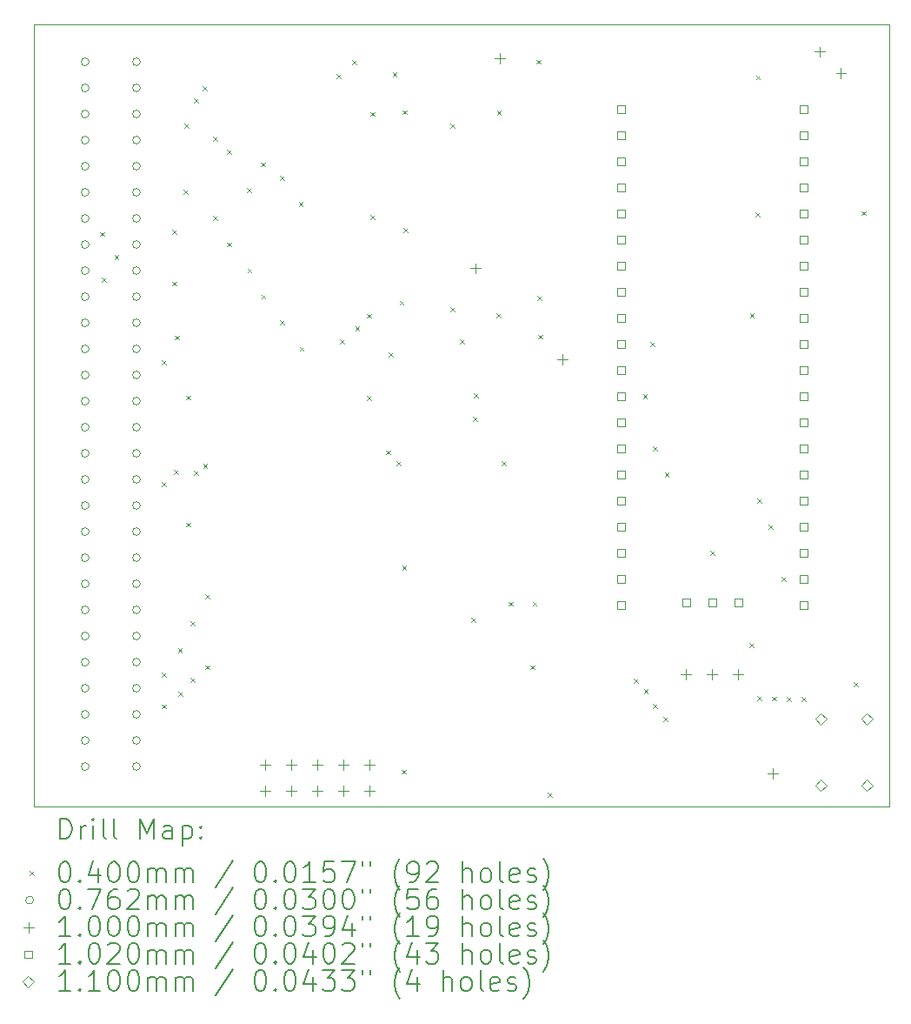
<source format=gbr>
%TF.GenerationSoftware,KiCad,Pcbnew,6.0.10-86aedd382b~118~ubuntu20.04.1*%
%TF.CreationDate,2023-01-30T13:17:54+00:00*%
%TF.ProjectId,srom,73726f6d-2e6b-4696-9361-645f70636258,rev?*%
%TF.SameCoordinates,Original*%
%TF.FileFunction,Drillmap*%
%TF.FilePolarity,Positive*%
%FSLAX45Y45*%
G04 Gerber Fmt 4.5, Leading zero omitted, Abs format (unit mm)*
G04 Created by KiCad (PCBNEW 6.0.10-86aedd382b~118~ubuntu20.04.1) date 2023-01-30 13:17:54*
%MOMM*%
%LPD*%
G01*
G04 APERTURE LIST*
%ADD10C,0.100000*%
%ADD11C,0.200000*%
%ADD12C,0.040000*%
%ADD13C,0.076200*%
%ADD14C,0.102000*%
%ADD15C,0.110000*%
G04 APERTURE END LIST*
D10*
X2318000Y-4998000D02*
X10646000Y-4998000D01*
X10646000Y-4998000D02*
X10646000Y-12607000D01*
X10646000Y-12607000D02*
X2318000Y-12607000D01*
X2318000Y-12607000D02*
X2318000Y-4998000D01*
D11*
D12*
X2959000Y-7014000D02*
X2999000Y-7054000D01*
X2999000Y-7014000D02*
X2959000Y-7054000D01*
X2978000Y-7458000D02*
X3018000Y-7498000D01*
X3018000Y-7458000D02*
X2978000Y-7498000D01*
X3101000Y-7239000D02*
X3141000Y-7279000D01*
X3141000Y-7239000D02*
X3101000Y-7279000D01*
X3562000Y-9447000D02*
X3602000Y-9487000D01*
X3602000Y-9447000D02*
X3562000Y-9487000D01*
X3563000Y-8263000D02*
X3603000Y-8303000D01*
X3603000Y-8263000D02*
X3563000Y-8303000D01*
X3563000Y-11300000D02*
X3603000Y-11340000D01*
X3603000Y-11300000D02*
X3563000Y-11340000D01*
X3565000Y-11611000D02*
X3605000Y-11651000D01*
X3605000Y-11611000D02*
X3565000Y-11651000D01*
X3663000Y-6991000D02*
X3703000Y-7031000D01*
X3703000Y-6991000D02*
X3663000Y-7031000D01*
X3663000Y-7498000D02*
X3703000Y-7538000D01*
X3703000Y-7498000D02*
X3663000Y-7538000D01*
X3680000Y-9329000D02*
X3720000Y-9369000D01*
X3720000Y-9329000D02*
X3680000Y-9369000D01*
X3686000Y-8022000D02*
X3726000Y-8062000D01*
X3726000Y-8022000D02*
X3686000Y-8062000D01*
X3719000Y-11063000D02*
X3759000Y-11103000D01*
X3759000Y-11063000D02*
X3719000Y-11103000D01*
X3722000Y-11489000D02*
X3762000Y-11529000D01*
X3762000Y-11489000D02*
X3722000Y-11529000D01*
X3771000Y-6605000D02*
X3811000Y-6645000D01*
X3811000Y-6605000D02*
X3771000Y-6645000D01*
X3784000Y-5961000D02*
X3824000Y-6001000D01*
X3824000Y-5961000D02*
X3784000Y-6001000D01*
X3799000Y-8605000D02*
X3839000Y-8645000D01*
X3839000Y-8605000D02*
X3799000Y-8645000D01*
X3799000Y-9841000D02*
X3839000Y-9881000D01*
X3839000Y-9841000D02*
X3799000Y-9881000D01*
X3843000Y-11353000D02*
X3883000Y-11393000D01*
X3883000Y-11353000D02*
X3843000Y-11393000D01*
X3844000Y-10806000D02*
X3884000Y-10846000D01*
X3884000Y-10806000D02*
X3844000Y-10846000D01*
X3874000Y-9341000D02*
X3914000Y-9381000D01*
X3914000Y-9341000D02*
X3874000Y-9381000D01*
X3876000Y-5714000D02*
X3916000Y-5754000D01*
X3916000Y-5714000D02*
X3876000Y-5754000D01*
X3963000Y-5596000D02*
X4003000Y-5636000D01*
X4003000Y-5596000D02*
X3963000Y-5636000D01*
X3965000Y-9269000D02*
X4005000Y-9309000D01*
X4005000Y-9269000D02*
X3965000Y-9309000D01*
X3985000Y-11230000D02*
X4025000Y-11270000D01*
X4025000Y-11230000D02*
X3985000Y-11270000D01*
X3988000Y-10538000D02*
X4028000Y-10578000D01*
X4028000Y-10538000D02*
X3988000Y-10578000D01*
X4064000Y-6086000D02*
X4104000Y-6126000D01*
X4104000Y-6086000D02*
X4064000Y-6126000D01*
X4064000Y-6859000D02*
X4104000Y-6899000D01*
X4104000Y-6859000D02*
X4064000Y-6899000D01*
X4195000Y-7116000D02*
X4235000Y-7156000D01*
X4235000Y-7116000D02*
X4195000Y-7156000D01*
X4200000Y-6212000D02*
X4240000Y-6252000D01*
X4240000Y-6212000D02*
X4200000Y-6252000D01*
X4392000Y-6589000D02*
X4432000Y-6629000D01*
X4432000Y-6589000D02*
X4392000Y-6629000D01*
X4395000Y-7369000D02*
X4435000Y-7409000D01*
X4435000Y-7369000D02*
X4395000Y-7409000D01*
X4529000Y-6338000D02*
X4569000Y-6378000D01*
X4569000Y-6338000D02*
X4529000Y-6378000D01*
X4532000Y-7623000D02*
X4572000Y-7663000D01*
X4572000Y-7623000D02*
X4532000Y-7663000D01*
X4712000Y-6466000D02*
X4752000Y-6506000D01*
X4752000Y-6466000D02*
X4712000Y-6506000D01*
X4716000Y-7872000D02*
X4756000Y-7912000D01*
X4756000Y-7872000D02*
X4716000Y-7912000D01*
X4896000Y-6720000D02*
X4936000Y-6760000D01*
X4936000Y-6720000D02*
X4896000Y-6760000D01*
X4905000Y-8132000D02*
X4945000Y-8172000D01*
X4945000Y-8132000D02*
X4905000Y-8172000D01*
X5265000Y-5477000D02*
X5305000Y-5517000D01*
X5305000Y-5477000D02*
X5265000Y-5517000D01*
X5295000Y-8060000D02*
X5335000Y-8100000D01*
X5335000Y-8060000D02*
X5295000Y-8100000D01*
X5415000Y-5344000D02*
X5455000Y-5384000D01*
X5455000Y-5344000D02*
X5415000Y-5384000D01*
X5447000Y-7934000D02*
X5487000Y-7974000D01*
X5487000Y-7934000D02*
X5447000Y-7974000D01*
X5558000Y-7809000D02*
X5598000Y-7849000D01*
X5598000Y-7809000D02*
X5558000Y-7849000D01*
X5561000Y-8613000D02*
X5601000Y-8653000D01*
X5601000Y-8613000D02*
X5561000Y-8653000D01*
X5591000Y-5846000D02*
X5631000Y-5886000D01*
X5631000Y-5846000D02*
X5591000Y-5886000D01*
X5597000Y-6847000D02*
X5637000Y-6887000D01*
X5637000Y-6847000D02*
X5597000Y-6887000D01*
X5745000Y-9139000D02*
X5785000Y-9179000D01*
X5785000Y-9139000D02*
X5745000Y-9179000D01*
X5774000Y-8188000D02*
X5814000Y-8228000D01*
X5814000Y-8188000D02*
X5774000Y-8228000D01*
X5811000Y-5461000D02*
X5851000Y-5501000D01*
X5851000Y-5461000D02*
X5811000Y-5501000D01*
X5845000Y-9244000D02*
X5885000Y-9284000D01*
X5885000Y-9244000D02*
X5845000Y-9284000D01*
X5878000Y-7683000D02*
X5918000Y-7723000D01*
X5918000Y-7683000D02*
X5878000Y-7723000D01*
X5901000Y-12247000D02*
X5941000Y-12287000D01*
X5941000Y-12247000D02*
X5901000Y-12287000D01*
X5903000Y-10262000D02*
X5943000Y-10302000D01*
X5943000Y-10262000D02*
X5903000Y-10302000D01*
X5909000Y-5829000D02*
X5949000Y-5869000D01*
X5949000Y-5829000D02*
X5909000Y-5869000D01*
X5913000Y-6975000D02*
X5953000Y-7015000D01*
X5953000Y-6975000D02*
X5913000Y-7015000D01*
X6371000Y-5961000D02*
X6411000Y-6001000D01*
X6411000Y-5961000D02*
X6371000Y-6001000D01*
X6372000Y-7749000D02*
X6412000Y-7789000D01*
X6412000Y-7749000D02*
X6372000Y-7789000D01*
X6464000Y-8058000D02*
X6504000Y-8098000D01*
X6504000Y-8058000D02*
X6464000Y-8098000D01*
X6575000Y-10772000D02*
X6615000Y-10812000D01*
X6615000Y-10772000D02*
X6575000Y-10812000D01*
X6594000Y-8811000D02*
X6634000Y-8851000D01*
X6634000Y-8811000D02*
X6594000Y-8851000D01*
X6603000Y-8582000D02*
X6643000Y-8622000D01*
X6643000Y-8582000D02*
X6603000Y-8622000D01*
X6824000Y-7807000D02*
X6864000Y-7847000D01*
X6864000Y-7807000D02*
X6824000Y-7847000D01*
X6825000Y-5836000D02*
X6865000Y-5876000D01*
X6865000Y-5836000D02*
X6825000Y-5876000D01*
X6871000Y-9247000D02*
X6911000Y-9287000D01*
X6911000Y-9247000D02*
X6871000Y-9287000D01*
X6942592Y-10613408D02*
X6982592Y-10653408D01*
X6982592Y-10613408D02*
X6942592Y-10653408D01*
X7149000Y-11231000D02*
X7189000Y-11271000D01*
X7189000Y-11231000D02*
X7149000Y-11271000D01*
X7173592Y-10613408D02*
X7213592Y-10653408D01*
X7213592Y-10613408D02*
X7173592Y-10653408D01*
X7212000Y-5339000D02*
X7252000Y-5379000D01*
X7252000Y-5339000D02*
X7212000Y-5379000D01*
X7222000Y-7634000D02*
X7262000Y-7674000D01*
X7262000Y-7634000D02*
X7222000Y-7674000D01*
X7228000Y-8014000D02*
X7268000Y-8054000D01*
X7268000Y-8014000D02*
X7228000Y-8054000D01*
X7324000Y-12474000D02*
X7364000Y-12514000D01*
X7364000Y-12474000D02*
X7324000Y-12514000D01*
X8162000Y-11359000D02*
X8202000Y-11399000D01*
X8202000Y-11359000D02*
X8162000Y-11399000D01*
X8248000Y-8593000D02*
X8288000Y-8633000D01*
X8288000Y-8593000D02*
X8248000Y-8633000D01*
X8256000Y-11466000D02*
X8296000Y-11506000D01*
X8296000Y-11466000D02*
X8256000Y-11506000D01*
X8323000Y-8087000D02*
X8363000Y-8127000D01*
X8363000Y-8087000D02*
X8323000Y-8127000D01*
X8344000Y-9103000D02*
X8384000Y-9143000D01*
X8384000Y-9103000D02*
X8344000Y-9143000D01*
X8346000Y-11610000D02*
X8386000Y-11650000D01*
X8386000Y-11610000D02*
X8346000Y-11650000D01*
X8447000Y-11737000D02*
X8487000Y-11777000D01*
X8487000Y-11737000D02*
X8447000Y-11777000D01*
X8461000Y-9354000D02*
X8501000Y-9394000D01*
X8501000Y-9354000D02*
X8461000Y-9394000D01*
X8905000Y-10117000D02*
X8945000Y-10157000D01*
X8945000Y-10117000D02*
X8905000Y-10157000D01*
X9286550Y-11016000D02*
X9326550Y-11056000D01*
X9326550Y-11016000D02*
X9286550Y-11056000D01*
X9289000Y-7807000D02*
X9329000Y-7847000D01*
X9329000Y-7807000D02*
X9289000Y-7847000D01*
X9346000Y-6825000D02*
X9386000Y-6865000D01*
X9386000Y-6825000D02*
X9346000Y-6865000D01*
X9348000Y-5490000D02*
X9388000Y-5530000D01*
X9388000Y-5490000D02*
X9348000Y-5530000D01*
X9359000Y-9611000D02*
X9399000Y-9651000D01*
X9399000Y-9611000D02*
X9359000Y-9651000D01*
X9359000Y-11528333D02*
X9399000Y-11568333D01*
X9399000Y-11528333D02*
X9359000Y-11568333D01*
X9473000Y-9862000D02*
X9513000Y-9902000D01*
X9513000Y-9862000D02*
X9473000Y-9902000D01*
X9504000Y-11534667D02*
X9544000Y-11574667D01*
X9544000Y-11534667D02*
X9504000Y-11574667D01*
X9598000Y-10371000D02*
X9638000Y-10411000D01*
X9638000Y-10371000D02*
X9598000Y-10411000D01*
X9649000Y-11541000D02*
X9689000Y-11581000D01*
X9689000Y-11541000D02*
X9649000Y-11581000D01*
X9793000Y-11540000D02*
X9833000Y-11580000D01*
X9833000Y-11540000D02*
X9793000Y-11580000D01*
X10299000Y-11394000D02*
X10339000Y-11434000D01*
X10339000Y-11394000D02*
X10299000Y-11434000D01*
X10379000Y-6811000D02*
X10419000Y-6851000D01*
X10419000Y-6811000D02*
X10379000Y-6851000D01*
D13*
X2853100Y-5358000D02*
G75*
G03*
X2853100Y-5358000I-38100J0D01*
G01*
X2853100Y-5612000D02*
G75*
G03*
X2853100Y-5612000I-38100J0D01*
G01*
X2853100Y-5866000D02*
G75*
G03*
X2853100Y-5866000I-38100J0D01*
G01*
X2853100Y-6120000D02*
G75*
G03*
X2853100Y-6120000I-38100J0D01*
G01*
X2853100Y-6374000D02*
G75*
G03*
X2853100Y-6374000I-38100J0D01*
G01*
X2853100Y-6628000D02*
G75*
G03*
X2853100Y-6628000I-38100J0D01*
G01*
X2853100Y-6882000D02*
G75*
G03*
X2853100Y-6882000I-38100J0D01*
G01*
X2853100Y-7136000D02*
G75*
G03*
X2853100Y-7136000I-38100J0D01*
G01*
X2853100Y-7390000D02*
G75*
G03*
X2853100Y-7390000I-38100J0D01*
G01*
X2853100Y-7644000D02*
G75*
G03*
X2853100Y-7644000I-38100J0D01*
G01*
X2853100Y-7898000D02*
G75*
G03*
X2853100Y-7898000I-38100J0D01*
G01*
X2853100Y-8152000D02*
G75*
G03*
X2853100Y-8152000I-38100J0D01*
G01*
X2853100Y-8406000D02*
G75*
G03*
X2853100Y-8406000I-38100J0D01*
G01*
X2853100Y-8660000D02*
G75*
G03*
X2853100Y-8660000I-38100J0D01*
G01*
X2853100Y-8914000D02*
G75*
G03*
X2853100Y-8914000I-38100J0D01*
G01*
X2853100Y-9168000D02*
G75*
G03*
X2853100Y-9168000I-38100J0D01*
G01*
X2853100Y-9422000D02*
G75*
G03*
X2853100Y-9422000I-38100J0D01*
G01*
X2853100Y-9676000D02*
G75*
G03*
X2853100Y-9676000I-38100J0D01*
G01*
X2853100Y-9930000D02*
G75*
G03*
X2853100Y-9930000I-38100J0D01*
G01*
X2853100Y-10184000D02*
G75*
G03*
X2853100Y-10184000I-38100J0D01*
G01*
X2853100Y-10438000D02*
G75*
G03*
X2853100Y-10438000I-38100J0D01*
G01*
X2853100Y-10692000D02*
G75*
G03*
X2853100Y-10692000I-38100J0D01*
G01*
X2853100Y-10946000D02*
G75*
G03*
X2853100Y-10946000I-38100J0D01*
G01*
X2853100Y-11200000D02*
G75*
G03*
X2853100Y-11200000I-38100J0D01*
G01*
X2853100Y-11454000D02*
G75*
G03*
X2853100Y-11454000I-38100J0D01*
G01*
X2853100Y-11708000D02*
G75*
G03*
X2853100Y-11708000I-38100J0D01*
G01*
X2853100Y-11962000D02*
G75*
G03*
X2853100Y-11962000I-38100J0D01*
G01*
X2853100Y-12216000D02*
G75*
G03*
X2853100Y-12216000I-38100J0D01*
G01*
X3353100Y-5358000D02*
G75*
G03*
X3353100Y-5358000I-38100J0D01*
G01*
X3353100Y-5612000D02*
G75*
G03*
X3353100Y-5612000I-38100J0D01*
G01*
X3353100Y-5866000D02*
G75*
G03*
X3353100Y-5866000I-38100J0D01*
G01*
X3353100Y-6120000D02*
G75*
G03*
X3353100Y-6120000I-38100J0D01*
G01*
X3353100Y-6374000D02*
G75*
G03*
X3353100Y-6374000I-38100J0D01*
G01*
X3353100Y-6628000D02*
G75*
G03*
X3353100Y-6628000I-38100J0D01*
G01*
X3353100Y-6882000D02*
G75*
G03*
X3353100Y-6882000I-38100J0D01*
G01*
X3353100Y-7136000D02*
G75*
G03*
X3353100Y-7136000I-38100J0D01*
G01*
X3353100Y-7390000D02*
G75*
G03*
X3353100Y-7390000I-38100J0D01*
G01*
X3353100Y-7644000D02*
G75*
G03*
X3353100Y-7644000I-38100J0D01*
G01*
X3353100Y-7898000D02*
G75*
G03*
X3353100Y-7898000I-38100J0D01*
G01*
X3353100Y-8152000D02*
G75*
G03*
X3353100Y-8152000I-38100J0D01*
G01*
X3353100Y-8406000D02*
G75*
G03*
X3353100Y-8406000I-38100J0D01*
G01*
X3353100Y-8660000D02*
G75*
G03*
X3353100Y-8660000I-38100J0D01*
G01*
X3353100Y-8914000D02*
G75*
G03*
X3353100Y-8914000I-38100J0D01*
G01*
X3353100Y-9168000D02*
G75*
G03*
X3353100Y-9168000I-38100J0D01*
G01*
X3353100Y-9422000D02*
G75*
G03*
X3353100Y-9422000I-38100J0D01*
G01*
X3353100Y-9676000D02*
G75*
G03*
X3353100Y-9676000I-38100J0D01*
G01*
X3353100Y-9930000D02*
G75*
G03*
X3353100Y-9930000I-38100J0D01*
G01*
X3353100Y-10184000D02*
G75*
G03*
X3353100Y-10184000I-38100J0D01*
G01*
X3353100Y-10438000D02*
G75*
G03*
X3353100Y-10438000I-38100J0D01*
G01*
X3353100Y-10692000D02*
G75*
G03*
X3353100Y-10692000I-38100J0D01*
G01*
X3353100Y-10946000D02*
G75*
G03*
X3353100Y-10946000I-38100J0D01*
G01*
X3353100Y-11200000D02*
G75*
G03*
X3353100Y-11200000I-38100J0D01*
G01*
X3353100Y-11454000D02*
G75*
G03*
X3353100Y-11454000I-38100J0D01*
G01*
X3353100Y-11708000D02*
G75*
G03*
X3353100Y-11708000I-38100J0D01*
G01*
X3353100Y-11962000D02*
G75*
G03*
X3353100Y-11962000I-38100J0D01*
G01*
X3353100Y-12216000D02*
G75*
G03*
X3353100Y-12216000I-38100J0D01*
G01*
D10*
X4566000Y-12150000D02*
X4566000Y-12250000D01*
X4516000Y-12200000D02*
X4616000Y-12200000D01*
X4566000Y-12404000D02*
X4566000Y-12504000D01*
X4516000Y-12454000D02*
X4616000Y-12454000D01*
X4820000Y-12150000D02*
X4820000Y-12250000D01*
X4770000Y-12200000D02*
X4870000Y-12200000D01*
X4820000Y-12404000D02*
X4820000Y-12504000D01*
X4770000Y-12454000D02*
X4870000Y-12454000D01*
X5074000Y-12150000D02*
X5074000Y-12250000D01*
X5024000Y-12200000D02*
X5124000Y-12200000D01*
X5074000Y-12404000D02*
X5074000Y-12504000D01*
X5024000Y-12454000D02*
X5124000Y-12454000D01*
X5328000Y-12150000D02*
X5328000Y-12250000D01*
X5278000Y-12200000D02*
X5378000Y-12200000D01*
X5328000Y-12404000D02*
X5328000Y-12504000D01*
X5278000Y-12454000D02*
X5378000Y-12454000D01*
X5582000Y-12150000D02*
X5582000Y-12250000D01*
X5532000Y-12200000D02*
X5632000Y-12200000D01*
X5582000Y-12404000D02*
X5582000Y-12504000D01*
X5532000Y-12454000D02*
X5632000Y-12454000D01*
X6614000Y-7318000D02*
X6614000Y-7418000D01*
X6564000Y-7368000D02*
X6664000Y-7368000D01*
X6854000Y-5276000D02*
X6854000Y-5376000D01*
X6804000Y-5326000D02*
X6904000Y-5326000D01*
X7463000Y-8202000D02*
X7463000Y-8302000D01*
X7413000Y-8252000D02*
X7513000Y-8252000D01*
X8665000Y-11266500D02*
X8665000Y-11366500D01*
X8615000Y-11316500D02*
X8715000Y-11316500D01*
X8919000Y-11266500D02*
X8919000Y-11366500D01*
X8869000Y-11316500D02*
X8969000Y-11316500D01*
X9173000Y-11266500D02*
X9173000Y-11366500D01*
X9123000Y-11316500D02*
X9223000Y-11316500D01*
X9514000Y-12234000D02*
X9514000Y-12334000D01*
X9464000Y-12284000D02*
X9564000Y-12284000D01*
X9973000Y-5210000D02*
X9973000Y-5310000D01*
X9923000Y-5260000D02*
X10023000Y-5260000D01*
X10177000Y-5415000D02*
X10177000Y-5515000D01*
X10127000Y-5465000D02*
X10227000Y-5465000D01*
D14*
X8071063Y-5855063D02*
X8071063Y-5782937D01*
X7998937Y-5782937D01*
X7998937Y-5855063D01*
X8071063Y-5855063D01*
X8071063Y-6109063D02*
X8071063Y-6036937D01*
X7998937Y-6036937D01*
X7998937Y-6109063D01*
X8071063Y-6109063D01*
X8071063Y-6363063D02*
X8071063Y-6290937D01*
X7998937Y-6290937D01*
X7998937Y-6363063D01*
X8071063Y-6363063D01*
X8071063Y-6617063D02*
X8071063Y-6544937D01*
X7998937Y-6544937D01*
X7998937Y-6617063D01*
X8071063Y-6617063D01*
X8071063Y-6871063D02*
X8071063Y-6798937D01*
X7998937Y-6798937D01*
X7998937Y-6871063D01*
X8071063Y-6871063D01*
X8071063Y-7125063D02*
X8071063Y-7052937D01*
X7998937Y-7052937D01*
X7998937Y-7125063D01*
X8071063Y-7125063D01*
X8071063Y-7379063D02*
X8071063Y-7306937D01*
X7998937Y-7306937D01*
X7998937Y-7379063D01*
X8071063Y-7379063D01*
X8071063Y-7633063D02*
X8071063Y-7560937D01*
X7998937Y-7560937D01*
X7998937Y-7633063D01*
X8071063Y-7633063D01*
X8071063Y-7887063D02*
X8071063Y-7814937D01*
X7998937Y-7814937D01*
X7998937Y-7887063D01*
X8071063Y-7887063D01*
X8071063Y-8141063D02*
X8071063Y-8068937D01*
X7998937Y-8068937D01*
X7998937Y-8141063D01*
X8071063Y-8141063D01*
X8071063Y-8395063D02*
X8071063Y-8322937D01*
X7998937Y-8322937D01*
X7998937Y-8395063D01*
X8071063Y-8395063D01*
X8071063Y-8649063D02*
X8071063Y-8576937D01*
X7998937Y-8576937D01*
X7998937Y-8649063D01*
X8071063Y-8649063D01*
X8071063Y-8903063D02*
X8071063Y-8830937D01*
X7998937Y-8830937D01*
X7998937Y-8903063D01*
X8071063Y-8903063D01*
X8071063Y-9157063D02*
X8071063Y-9084937D01*
X7998937Y-9084937D01*
X7998937Y-9157063D01*
X8071063Y-9157063D01*
X8071063Y-9411063D02*
X8071063Y-9338937D01*
X7998937Y-9338937D01*
X7998937Y-9411063D01*
X8071063Y-9411063D01*
X8071063Y-9665063D02*
X8071063Y-9592937D01*
X7998937Y-9592937D01*
X7998937Y-9665063D01*
X8071063Y-9665063D01*
X8071063Y-9919063D02*
X8071063Y-9846937D01*
X7998937Y-9846937D01*
X7998937Y-9919063D01*
X8071063Y-9919063D01*
X8071063Y-10173063D02*
X8071063Y-10100937D01*
X7998937Y-10100937D01*
X7998937Y-10173063D01*
X8071063Y-10173063D01*
X8071063Y-10427063D02*
X8071063Y-10354937D01*
X7998937Y-10354937D01*
X7998937Y-10427063D01*
X8071063Y-10427063D01*
X8071063Y-10681063D02*
X8071063Y-10608937D01*
X7998937Y-10608937D01*
X7998937Y-10681063D01*
X8071063Y-10681063D01*
X8706063Y-10658063D02*
X8706063Y-10585937D01*
X8633937Y-10585937D01*
X8633937Y-10658063D01*
X8706063Y-10658063D01*
X8960063Y-10658063D02*
X8960063Y-10585937D01*
X8887937Y-10585937D01*
X8887937Y-10658063D01*
X8960063Y-10658063D01*
X9214063Y-10658063D02*
X9214063Y-10585937D01*
X9141937Y-10585937D01*
X9141937Y-10658063D01*
X9214063Y-10658063D01*
X9849063Y-5855063D02*
X9849063Y-5782937D01*
X9776937Y-5782937D01*
X9776937Y-5855063D01*
X9849063Y-5855063D01*
X9849063Y-6109063D02*
X9849063Y-6036937D01*
X9776937Y-6036937D01*
X9776937Y-6109063D01*
X9849063Y-6109063D01*
X9849063Y-6363063D02*
X9849063Y-6290937D01*
X9776937Y-6290937D01*
X9776937Y-6363063D01*
X9849063Y-6363063D01*
X9849063Y-6617063D02*
X9849063Y-6544937D01*
X9776937Y-6544937D01*
X9776937Y-6617063D01*
X9849063Y-6617063D01*
X9849063Y-6871063D02*
X9849063Y-6798937D01*
X9776937Y-6798937D01*
X9776937Y-6871063D01*
X9849063Y-6871063D01*
X9849063Y-7125063D02*
X9849063Y-7052937D01*
X9776937Y-7052937D01*
X9776937Y-7125063D01*
X9849063Y-7125063D01*
X9849063Y-7379063D02*
X9849063Y-7306937D01*
X9776937Y-7306937D01*
X9776937Y-7379063D01*
X9849063Y-7379063D01*
X9849063Y-7633063D02*
X9849063Y-7560937D01*
X9776937Y-7560937D01*
X9776937Y-7633063D01*
X9849063Y-7633063D01*
X9849063Y-7887063D02*
X9849063Y-7814937D01*
X9776937Y-7814937D01*
X9776937Y-7887063D01*
X9849063Y-7887063D01*
X9849063Y-8141063D02*
X9849063Y-8068937D01*
X9776937Y-8068937D01*
X9776937Y-8141063D01*
X9849063Y-8141063D01*
X9849063Y-8395063D02*
X9849063Y-8322937D01*
X9776937Y-8322937D01*
X9776937Y-8395063D01*
X9849063Y-8395063D01*
X9849063Y-8649063D02*
X9849063Y-8576937D01*
X9776937Y-8576937D01*
X9776937Y-8649063D01*
X9849063Y-8649063D01*
X9849063Y-8903063D02*
X9849063Y-8830937D01*
X9776937Y-8830937D01*
X9776937Y-8903063D01*
X9849063Y-8903063D01*
X9849063Y-9157063D02*
X9849063Y-9084937D01*
X9776937Y-9084937D01*
X9776937Y-9157063D01*
X9849063Y-9157063D01*
X9849063Y-9411063D02*
X9849063Y-9338937D01*
X9776937Y-9338937D01*
X9776937Y-9411063D01*
X9849063Y-9411063D01*
X9849063Y-9665063D02*
X9849063Y-9592937D01*
X9776937Y-9592937D01*
X9776937Y-9665063D01*
X9849063Y-9665063D01*
X9849063Y-9919063D02*
X9849063Y-9846937D01*
X9776937Y-9846937D01*
X9776937Y-9919063D01*
X9849063Y-9919063D01*
X9849063Y-10173063D02*
X9849063Y-10100937D01*
X9776937Y-10100937D01*
X9776937Y-10173063D01*
X9849063Y-10173063D01*
X9849063Y-10427063D02*
X9849063Y-10354937D01*
X9776937Y-10354937D01*
X9776937Y-10427063D01*
X9849063Y-10427063D01*
X9849063Y-10681063D02*
X9849063Y-10608937D01*
X9776937Y-10608937D01*
X9776937Y-10681063D01*
X9849063Y-10681063D01*
D15*
X9981000Y-11807000D02*
X10036000Y-11752000D01*
X9981000Y-11697000D01*
X9926000Y-11752000D01*
X9981000Y-11807000D01*
X9981000Y-12457000D02*
X10036000Y-12402000D01*
X9981000Y-12347000D01*
X9926000Y-12402000D01*
X9981000Y-12457000D01*
X10431000Y-11807000D02*
X10486000Y-11752000D01*
X10431000Y-11697000D01*
X10376000Y-11752000D01*
X10431000Y-11807000D01*
X10431000Y-12457000D02*
X10486000Y-12402000D01*
X10431000Y-12347000D01*
X10376000Y-12402000D01*
X10431000Y-12457000D01*
D11*
X2570619Y-12922476D02*
X2570619Y-12722476D01*
X2618238Y-12722476D01*
X2646810Y-12732000D01*
X2665857Y-12751048D01*
X2675381Y-12770095D01*
X2684905Y-12808190D01*
X2684905Y-12836762D01*
X2675381Y-12874857D01*
X2665857Y-12893905D01*
X2646810Y-12912952D01*
X2618238Y-12922476D01*
X2570619Y-12922476D01*
X2770619Y-12922476D02*
X2770619Y-12789143D01*
X2770619Y-12827238D02*
X2780143Y-12808190D01*
X2789667Y-12798667D01*
X2808714Y-12789143D01*
X2827762Y-12789143D01*
X2894428Y-12922476D02*
X2894428Y-12789143D01*
X2894428Y-12722476D02*
X2884905Y-12732000D01*
X2894428Y-12741524D01*
X2903952Y-12732000D01*
X2894428Y-12722476D01*
X2894428Y-12741524D01*
X3018238Y-12922476D02*
X2999190Y-12912952D01*
X2989667Y-12893905D01*
X2989667Y-12722476D01*
X3123000Y-12922476D02*
X3103952Y-12912952D01*
X3094428Y-12893905D01*
X3094428Y-12722476D01*
X3351571Y-12922476D02*
X3351571Y-12722476D01*
X3418238Y-12865333D01*
X3484905Y-12722476D01*
X3484905Y-12922476D01*
X3665857Y-12922476D02*
X3665857Y-12817714D01*
X3656333Y-12798667D01*
X3637286Y-12789143D01*
X3599190Y-12789143D01*
X3580143Y-12798667D01*
X3665857Y-12912952D02*
X3646809Y-12922476D01*
X3599190Y-12922476D01*
X3580143Y-12912952D01*
X3570619Y-12893905D01*
X3570619Y-12874857D01*
X3580143Y-12855809D01*
X3599190Y-12846286D01*
X3646809Y-12846286D01*
X3665857Y-12836762D01*
X3761095Y-12789143D02*
X3761095Y-12989143D01*
X3761095Y-12798667D02*
X3780143Y-12789143D01*
X3818238Y-12789143D01*
X3837286Y-12798667D01*
X3846809Y-12808190D01*
X3856333Y-12827238D01*
X3856333Y-12884381D01*
X3846809Y-12903428D01*
X3837286Y-12912952D01*
X3818238Y-12922476D01*
X3780143Y-12922476D01*
X3761095Y-12912952D01*
X3942048Y-12903428D02*
X3951571Y-12912952D01*
X3942048Y-12922476D01*
X3932524Y-12912952D01*
X3942048Y-12903428D01*
X3942048Y-12922476D01*
X3942048Y-12798667D02*
X3951571Y-12808190D01*
X3942048Y-12817714D01*
X3932524Y-12808190D01*
X3942048Y-12798667D01*
X3942048Y-12817714D01*
D12*
X2273000Y-13232000D02*
X2313000Y-13272000D01*
X2313000Y-13232000D02*
X2273000Y-13272000D01*
D11*
X2608714Y-13142476D02*
X2627762Y-13142476D01*
X2646810Y-13152000D01*
X2656333Y-13161524D01*
X2665857Y-13180571D01*
X2675381Y-13218667D01*
X2675381Y-13266286D01*
X2665857Y-13304381D01*
X2656333Y-13323428D01*
X2646810Y-13332952D01*
X2627762Y-13342476D01*
X2608714Y-13342476D01*
X2589667Y-13332952D01*
X2580143Y-13323428D01*
X2570619Y-13304381D01*
X2561095Y-13266286D01*
X2561095Y-13218667D01*
X2570619Y-13180571D01*
X2580143Y-13161524D01*
X2589667Y-13152000D01*
X2608714Y-13142476D01*
X2761095Y-13323428D02*
X2770619Y-13332952D01*
X2761095Y-13342476D01*
X2751571Y-13332952D01*
X2761095Y-13323428D01*
X2761095Y-13342476D01*
X2942048Y-13209143D02*
X2942048Y-13342476D01*
X2894428Y-13132952D02*
X2846809Y-13275809D01*
X2970619Y-13275809D01*
X3084905Y-13142476D02*
X3103952Y-13142476D01*
X3123000Y-13152000D01*
X3132524Y-13161524D01*
X3142048Y-13180571D01*
X3151571Y-13218667D01*
X3151571Y-13266286D01*
X3142048Y-13304381D01*
X3132524Y-13323428D01*
X3123000Y-13332952D01*
X3103952Y-13342476D01*
X3084905Y-13342476D01*
X3065857Y-13332952D01*
X3056333Y-13323428D01*
X3046809Y-13304381D01*
X3037286Y-13266286D01*
X3037286Y-13218667D01*
X3046809Y-13180571D01*
X3056333Y-13161524D01*
X3065857Y-13152000D01*
X3084905Y-13142476D01*
X3275381Y-13142476D02*
X3294428Y-13142476D01*
X3313476Y-13152000D01*
X3323000Y-13161524D01*
X3332524Y-13180571D01*
X3342048Y-13218667D01*
X3342048Y-13266286D01*
X3332524Y-13304381D01*
X3323000Y-13323428D01*
X3313476Y-13332952D01*
X3294428Y-13342476D01*
X3275381Y-13342476D01*
X3256333Y-13332952D01*
X3246809Y-13323428D01*
X3237286Y-13304381D01*
X3227762Y-13266286D01*
X3227762Y-13218667D01*
X3237286Y-13180571D01*
X3246809Y-13161524D01*
X3256333Y-13152000D01*
X3275381Y-13142476D01*
X3427762Y-13342476D02*
X3427762Y-13209143D01*
X3427762Y-13228190D02*
X3437286Y-13218667D01*
X3456333Y-13209143D01*
X3484905Y-13209143D01*
X3503952Y-13218667D01*
X3513476Y-13237714D01*
X3513476Y-13342476D01*
X3513476Y-13237714D02*
X3523000Y-13218667D01*
X3542048Y-13209143D01*
X3570619Y-13209143D01*
X3589667Y-13218667D01*
X3599190Y-13237714D01*
X3599190Y-13342476D01*
X3694428Y-13342476D02*
X3694428Y-13209143D01*
X3694428Y-13228190D02*
X3703952Y-13218667D01*
X3723000Y-13209143D01*
X3751571Y-13209143D01*
X3770619Y-13218667D01*
X3780143Y-13237714D01*
X3780143Y-13342476D01*
X3780143Y-13237714D02*
X3789667Y-13218667D01*
X3808714Y-13209143D01*
X3837286Y-13209143D01*
X3856333Y-13218667D01*
X3865857Y-13237714D01*
X3865857Y-13342476D01*
X4256333Y-13132952D02*
X4084905Y-13390095D01*
X4513476Y-13142476D02*
X4532524Y-13142476D01*
X4551571Y-13152000D01*
X4561095Y-13161524D01*
X4570619Y-13180571D01*
X4580143Y-13218667D01*
X4580143Y-13266286D01*
X4570619Y-13304381D01*
X4561095Y-13323428D01*
X4551571Y-13332952D01*
X4532524Y-13342476D01*
X4513476Y-13342476D01*
X4494429Y-13332952D01*
X4484905Y-13323428D01*
X4475381Y-13304381D01*
X4465857Y-13266286D01*
X4465857Y-13218667D01*
X4475381Y-13180571D01*
X4484905Y-13161524D01*
X4494429Y-13152000D01*
X4513476Y-13142476D01*
X4665857Y-13323428D02*
X4675381Y-13332952D01*
X4665857Y-13342476D01*
X4656333Y-13332952D01*
X4665857Y-13323428D01*
X4665857Y-13342476D01*
X4799190Y-13142476D02*
X4818238Y-13142476D01*
X4837286Y-13152000D01*
X4846810Y-13161524D01*
X4856333Y-13180571D01*
X4865857Y-13218667D01*
X4865857Y-13266286D01*
X4856333Y-13304381D01*
X4846810Y-13323428D01*
X4837286Y-13332952D01*
X4818238Y-13342476D01*
X4799190Y-13342476D01*
X4780143Y-13332952D01*
X4770619Y-13323428D01*
X4761095Y-13304381D01*
X4751571Y-13266286D01*
X4751571Y-13218667D01*
X4761095Y-13180571D01*
X4770619Y-13161524D01*
X4780143Y-13152000D01*
X4799190Y-13142476D01*
X5056333Y-13342476D02*
X4942048Y-13342476D01*
X4999190Y-13342476D02*
X4999190Y-13142476D01*
X4980143Y-13171048D01*
X4961095Y-13190095D01*
X4942048Y-13199619D01*
X5237286Y-13142476D02*
X5142048Y-13142476D01*
X5132524Y-13237714D01*
X5142048Y-13228190D01*
X5161095Y-13218667D01*
X5208714Y-13218667D01*
X5227762Y-13228190D01*
X5237286Y-13237714D01*
X5246810Y-13256762D01*
X5246810Y-13304381D01*
X5237286Y-13323428D01*
X5227762Y-13332952D01*
X5208714Y-13342476D01*
X5161095Y-13342476D01*
X5142048Y-13332952D01*
X5132524Y-13323428D01*
X5313476Y-13142476D02*
X5446810Y-13142476D01*
X5361095Y-13342476D01*
X5513476Y-13142476D02*
X5513476Y-13180571D01*
X5589667Y-13142476D02*
X5589667Y-13180571D01*
X5884905Y-13418667D02*
X5875381Y-13409143D01*
X5856333Y-13380571D01*
X5846809Y-13361524D01*
X5837286Y-13332952D01*
X5827762Y-13285333D01*
X5827762Y-13247238D01*
X5837286Y-13199619D01*
X5846809Y-13171048D01*
X5856333Y-13152000D01*
X5875381Y-13123428D01*
X5884905Y-13113905D01*
X5970619Y-13342476D02*
X6008714Y-13342476D01*
X6027762Y-13332952D01*
X6037286Y-13323428D01*
X6056333Y-13294857D01*
X6065857Y-13256762D01*
X6065857Y-13180571D01*
X6056333Y-13161524D01*
X6046809Y-13152000D01*
X6027762Y-13142476D01*
X5989667Y-13142476D01*
X5970619Y-13152000D01*
X5961095Y-13161524D01*
X5951571Y-13180571D01*
X5951571Y-13228190D01*
X5961095Y-13247238D01*
X5970619Y-13256762D01*
X5989667Y-13266286D01*
X6027762Y-13266286D01*
X6046809Y-13256762D01*
X6056333Y-13247238D01*
X6065857Y-13228190D01*
X6142048Y-13161524D02*
X6151571Y-13152000D01*
X6170619Y-13142476D01*
X6218238Y-13142476D01*
X6237286Y-13152000D01*
X6246809Y-13161524D01*
X6256333Y-13180571D01*
X6256333Y-13199619D01*
X6246809Y-13228190D01*
X6132524Y-13342476D01*
X6256333Y-13342476D01*
X6494428Y-13342476D02*
X6494428Y-13142476D01*
X6580143Y-13342476D02*
X6580143Y-13237714D01*
X6570619Y-13218667D01*
X6551571Y-13209143D01*
X6523000Y-13209143D01*
X6503952Y-13218667D01*
X6494428Y-13228190D01*
X6703952Y-13342476D02*
X6684905Y-13332952D01*
X6675381Y-13323428D01*
X6665857Y-13304381D01*
X6665857Y-13247238D01*
X6675381Y-13228190D01*
X6684905Y-13218667D01*
X6703952Y-13209143D01*
X6732524Y-13209143D01*
X6751571Y-13218667D01*
X6761095Y-13228190D01*
X6770619Y-13247238D01*
X6770619Y-13304381D01*
X6761095Y-13323428D01*
X6751571Y-13332952D01*
X6732524Y-13342476D01*
X6703952Y-13342476D01*
X6884905Y-13342476D02*
X6865857Y-13332952D01*
X6856333Y-13313905D01*
X6856333Y-13142476D01*
X7037286Y-13332952D02*
X7018238Y-13342476D01*
X6980143Y-13342476D01*
X6961095Y-13332952D01*
X6951571Y-13313905D01*
X6951571Y-13237714D01*
X6961095Y-13218667D01*
X6980143Y-13209143D01*
X7018238Y-13209143D01*
X7037286Y-13218667D01*
X7046809Y-13237714D01*
X7046809Y-13256762D01*
X6951571Y-13275809D01*
X7123000Y-13332952D02*
X7142048Y-13342476D01*
X7180143Y-13342476D01*
X7199190Y-13332952D01*
X7208714Y-13313905D01*
X7208714Y-13304381D01*
X7199190Y-13285333D01*
X7180143Y-13275809D01*
X7151571Y-13275809D01*
X7132524Y-13266286D01*
X7123000Y-13247238D01*
X7123000Y-13237714D01*
X7132524Y-13218667D01*
X7151571Y-13209143D01*
X7180143Y-13209143D01*
X7199190Y-13218667D01*
X7275381Y-13418667D02*
X7284905Y-13409143D01*
X7303952Y-13380571D01*
X7313476Y-13361524D01*
X7323000Y-13332952D01*
X7332524Y-13285333D01*
X7332524Y-13247238D01*
X7323000Y-13199619D01*
X7313476Y-13171048D01*
X7303952Y-13152000D01*
X7284905Y-13123428D01*
X7275381Y-13113905D01*
D13*
X2313000Y-13516000D02*
G75*
G03*
X2313000Y-13516000I-38100J0D01*
G01*
D11*
X2608714Y-13406476D02*
X2627762Y-13406476D01*
X2646810Y-13416000D01*
X2656333Y-13425524D01*
X2665857Y-13444571D01*
X2675381Y-13482667D01*
X2675381Y-13530286D01*
X2665857Y-13568381D01*
X2656333Y-13587428D01*
X2646810Y-13596952D01*
X2627762Y-13606476D01*
X2608714Y-13606476D01*
X2589667Y-13596952D01*
X2580143Y-13587428D01*
X2570619Y-13568381D01*
X2561095Y-13530286D01*
X2561095Y-13482667D01*
X2570619Y-13444571D01*
X2580143Y-13425524D01*
X2589667Y-13416000D01*
X2608714Y-13406476D01*
X2761095Y-13587428D02*
X2770619Y-13596952D01*
X2761095Y-13606476D01*
X2751571Y-13596952D01*
X2761095Y-13587428D01*
X2761095Y-13606476D01*
X2837286Y-13406476D02*
X2970619Y-13406476D01*
X2884905Y-13606476D01*
X3132524Y-13406476D02*
X3094428Y-13406476D01*
X3075381Y-13416000D01*
X3065857Y-13425524D01*
X3046809Y-13454095D01*
X3037286Y-13492190D01*
X3037286Y-13568381D01*
X3046809Y-13587428D01*
X3056333Y-13596952D01*
X3075381Y-13606476D01*
X3113476Y-13606476D01*
X3132524Y-13596952D01*
X3142048Y-13587428D01*
X3151571Y-13568381D01*
X3151571Y-13520762D01*
X3142048Y-13501714D01*
X3132524Y-13492190D01*
X3113476Y-13482667D01*
X3075381Y-13482667D01*
X3056333Y-13492190D01*
X3046809Y-13501714D01*
X3037286Y-13520762D01*
X3227762Y-13425524D02*
X3237286Y-13416000D01*
X3256333Y-13406476D01*
X3303952Y-13406476D01*
X3323000Y-13416000D01*
X3332524Y-13425524D01*
X3342048Y-13444571D01*
X3342048Y-13463619D01*
X3332524Y-13492190D01*
X3218238Y-13606476D01*
X3342048Y-13606476D01*
X3427762Y-13606476D02*
X3427762Y-13473143D01*
X3427762Y-13492190D02*
X3437286Y-13482667D01*
X3456333Y-13473143D01*
X3484905Y-13473143D01*
X3503952Y-13482667D01*
X3513476Y-13501714D01*
X3513476Y-13606476D01*
X3513476Y-13501714D02*
X3523000Y-13482667D01*
X3542048Y-13473143D01*
X3570619Y-13473143D01*
X3589667Y-13482667D01*
X3599190Y-13501714D01*
X3599190Y-13606476D01*
X3694428Y-13606476D02*
X3694428Y-13473143D01*
X3694428Y-13492190D02*
X3703952Y-13482667D01*
X3723000Y-13473143D01*
X3751571Y-13473143D01*
X3770619Y-13482667D01*
X3780143Y-13501714D01*
X3780143Y-13606476D01*
X3780143Y-13501714D02*
X3789667Y-13482667D01*
X3808714Y-13473143D01*
X3837286Y-13473143D01*
X3856333Y-13482667D01*
X3865857Y-13501714D01*
X3865857Y-13606476D01*
X4256333Y-13396952D02*
X4084905Y-13654095D01*
X4513476Y-13406476D02*
X4532524Y-13406476D01*
X4551571Y-13416000D01*
X4561095Y-13425524D01*
X4570619Y-13444571D01*
X4580143Y-13482667D01*
X4580143Y-13530286D01*
X4570619Y-13568381D01*
X4561095Y-13587428D01*
X4551571Y-13596952D01*
X4532524Y-13606476D01*
X4513476Y-13606476D01*
X4494429Y-13596952D01*
X4484905Y-13587428D01*
X4475381Y-13568381D01*
X4465857Y-13530286D01*
X4465857Y-13482667D01*
X4475381Y-13444571D01*
X4484905Y-13425524D01*
X4494429Y-13416000D01*
X4513476Y-13406476D01*
X4665857Y-13587428D02*
X4675381Y-13596952D01*
X4665857Y-13606476D01*
X4656333Y-13596952D01*
X4665857Y-13587428D01*
X4665857Y-13606476D01*
X4799190Y-13406476D02*
X4818238Y-13406476D01*
X4837286Y-13416000D01*
X4846810Y-13425524D01*
X4856333Y-13444571D01*
X4865857Y-13482667D01*
X4865857Y-13530286D01*
X4856333Y-13568381D01*
X4846810Y-13587428D01*
X4837286Y-13596952D01*
X4818238Y-13606476D01*
X4799190Y-13606476D01*
X4780143Y-13596952D01*
X4770619Y-13587428D01*
X4761095Y-13568381D01*
X4751571Y-13530286D01*
X4751571Y-13482667D01*
X4761095Y-13444571D01*
X4770619Y-13425524D01*
X4780143Y-13416000D01*
X4799190Y-13406476D01*
X4932524Y-13406476D02*
X5056333Y-13406476D01*
X4989667Y-13482667D01*
X5018238Y-13482667D01*
X5037286Y-13492190D01*
X5046810Y-13501714D01*
X5056333Y-13520762D01*
X5056333Y-13568381D01*
X5046810Y-13587428D01*
X5037286Y-13596952D01*
X5018238Y-13606476D01*
X4961095Y-13606476D01*
X4942048Y-13596952D01*
X4932524Y-13587428D01*
X5180143Y-13406476D02*
X5199190Y-13406476D01*
X5218238Y-13416000D01*
X5227762Y-13425524D01*
X5237286Y-13444571D01*
X5246810Y-13482667D01*
X5246810Y-13530286D01*
X5237286Y-13568381D01*
X5227762Y-13587428D01*
X5218238Y-13596952D01*
X5199190Y-13606476D01*
X5180143Y-13606476D01*
X5161095Y-13596952D01*
X5151571Y-13587428D01*
X5142048Y-13568381D01*
X5132524Y-13530286D01*
X5132524Y-13482667D01*
X5142048Y-13444571D01*
X5151571Y-13425524D01*
X5161095Y-13416000D01*
X5180143Y-13406476D01*
X5370619Y-13406476D02*
X5389667Y-13406476D01*
X5408714Y-13416000D01*
X5418238Y-13425524D01*
X5427762Y-13444571D01*
X5437286Y-13482667D01*
X5437286Y-13530286D01*
X5427762Y-13568381D01*
X5418238Y-13587428D01*
X5408714Y-13596952D01*
X5389667Y-13606476D01*
X5370619Y-13606476D01*
X5351571Y-13596952D01*
X5342048Y-13587428D01*
X5332524Y-13568381D01*
X5323000Y-13530286D01*
X5323000Y-13482667D01*
X5332524Y-13444571D01*
X5342048Y-13425524D01*
X5351571Y-13416000D01*
X5370619Y-13406476D01*
X5513476Y-13406476D02*
X5513476Y-13444571D01*
X5589667Y-13406476D02*
X5589667Y-13444571D01*
X5884905Y-13682667D02*
X5875381Y-13673143D01*
X5856333Y-13644571D01*
X5846809Y-13625524D01*
X5837286Y-13596952D01*
X5827762Y-13549333D01*
X5827762Y-13511238D01*
X5837286Y-13463619D01*
X5846809Y-13435048D01*
X5856333Y-13416000D01*
X5875381Y-13387428D01*
X5884905Y-13377905D01*
X6056333Y-13406476D02*
X5961095Y-13406476D01*
X5951571Y-13501714D01*
X5961095Y-13492190D01*
X5980143Y-13482667D01*
X6027762Y-13482667D01*
X6046809Y-13492190D01*
X6056333Y-13501714D01*
X6065857Y-13520762D01*
X6065857Y-13568381D01*
X6056333Y-13587428D01*
X6046809Y-13596952D01*
X6027762Y-13606476D01*
X5980143Y-13606476D01*
X5961095Y-13596952D01*
X5951571Y-13587428D01*
X6237286Y-13406476D02*
X6199190Y-13406476D01*
X6180143Y-13416000D01*
X6170619Y-13425524D01*
X6151571Y-13454095D01*
X6142048Y-13492190D01*
X6142048Y-13568381D01*
X6151571Y-13587428D01*
X6161095Y-13596952D01*
X6180143Y-13606476D01*
X6218238Y-13606476D01*
X6237286Y-13596952D01*
X6246809Y-13587428D01*
X6256333Y-13568381D01*
X6256333Y-13520762D01*
X6246809Y-13501714D01*
X6237286Y-13492190D01*
X6218238Y-13482667D01*
X6180143Y-13482667D01*
X6161095Y-13492190D01*
X6151571Y-13501714D01*
X6142048Y-13520762D01*
X6494428Y-13606476D02*
X6494428Y-13406476D01*
X6580143Y-13606476D02*
X6580143Y-13501714D01*
X6570619Y-13482667D01*
X6551571Y-13473143D01*
X6523000Y-13473143D01*
X6503952Y-13482667D01*
X6494428Y-13492190D01*
X6703952Y-13606476D02*
X6684905Y-13596952D01*
X6675381Y-13587428D01*
X6665857Y-13568381D01*
X6665857Y-13511238D01*
X6675381Y-13492190D01*
X6684905Y-13482667D01*
X6703952Y-13473143D01*
X6732524Y-13473143D01*
X6751571Y-13482667D01*
X6761095Y-13492190D01*
X6770619Y-13511238D01*
X6770619Y-13568381D01*
X6761095Y-13587428D01*
X6751571Y-13596952D01*
X6732524Y-13606476D01*
X6703952Y-13606476D01*
X6884905Y-13606476D02*
X6865857Y-13596952D01*
X6856333Y-13577905D01*
X6856333Y-13406476D01*
X7037286Y-13596952D02*
X7018238Y-13606476D01*
X6980143Y-13606476D01*
X6961095Y-13596952D01*
X6951571Y-13577905D01*
X6951571Y-13501714D01*
X6961095Y-13482667D01*
X6980143Y-13473143D01*
X7018238Y-13473143D01*
X7037286Y-13482667D01*
X7046809Y-13501714D01*
X7046809Y-13520762D01*
X6951571Y-13539809D01*
X7123000Y-13596952D02*
X7142048Y-13606476D01*
X7180143Y-13606476D01*
X7199190Y-13596952D01*
X7208714Y-13577905D01*
X7208714Y-13568381D01*
X7199190Y-13549333D01*
X7180143Y-13539809D01*
X7151571Y-13539809D01*
X7132524Y-13530286D01*
X7123000Y-13511238D01*
X7123000Y-13501714D01*
X7132524Y-13482667D01*
X7151571Y-13473143D01*
X7180143Y-13473143D01*
X7199190Y-13482667D01*
X7275381Y-13682667D02*
X7284905Y-13673143D01*
X7303952Y-13644571D01*
X7313476Y-13625524D01*
X7323000Y-13596952D01*
X7332524Y-13549333D01*
X7332524Y-13511238D01*
X7323000Y-13463619D01*
X7313476Y-13435048D01*
X7303952Y-13416000D01*
X7284905Y-13387428D01*
X7275381Y-13377905D01*
D10*
X2263000Y-13730000D02*
X2263000Y-13830000D01*
X2213000Y-13780000D02*
X2313000Y-13780000D01*
D11*
X2675381Y-13870476D02*
X2561095Y-13870476D01*
X2618238Y-13870476D02*
X2618238Y-13670476D01*
X2599190Y-13699048D01*
X2580143Y-13718095D01*
X2561095Y-13727619D01*
X2761095Y-13851428D02*
X2770619Y-13860952D01*
X2761095Y-13870476D01*
X2751571Y-13860952D01*
X2761095Y-13851428D01*
X2761095Y-13870476D01*
X2894428Y-13670476D02*
X2913476Y-13670476D01*
X2932524Y-13680000D01*
X2942048Y-13689524D01*
X2951571Y-13708571D01*
X2961095Y-13746667D01*
X2961095Y-13794286D01*
X2951571Y-13832381D01*
X2942048Y-13851428D01*
X2932524Y-13860952D01*
X2913476Y-13870476D01*
X2894428Y-13870476D01*
X2875381Y-13860952D01*
X2865857Y-13851428D01*
X2856333Y-13832381D01*
X2846809Y-13794286D01*
X2846809Y-13746667D01*
X2856333Y-13708571D01*
X2865857Y-13689524D01*
X2875381Y-13680000D01*
X2894428Y-13670476D01*
X3084905Y-13670476D02*
X3103952Y-13670476D01*
X3123000Y-13680000D01*
X3132524Y-13689524D01*
X3142048Y-13708571D01*
X3151571Y-13746667D01*
X3151571Y-13794286D01*
X3142048Y-13832381D01*
X3132524Y-13851428D01*
X3123000Y-13860952D01*
X3103952Y-13870476D01*
X3084905Y-13870476D01*
X3065857Y-13860952D01*
X3056333Y-13851428D01*
X3046809Y-13832381D01*
X3037286Y-13794286D01*
X3037286Y-13746667D01*
X3046809Y-13708571D01*
X3056333Y-13689524D01*
X3065857Y-13680000D01*
X3084905Y-13670476D01*
X3275381Y-13670476D02*
X3294428Y-13670476D01*
X3313476Y-13680000D01*
X3323000Y-13689524D01*
X3332524Y-13708571D01*
X3342048Y-13746667D01*
X3342048Y-13794286D01*
X3332524Y-13832381D01*
X3323000Y-13851428D01*
X3313476Y-13860952D01*
X3294428Y-13870476D01*
X3275381Y-13870476D01*
X3256333Y-13860952D01*
X3246809Y-13851428D01*
X3237286Y-13832381D01*
X3227762Y-13794286D01*
X3227762Y-13746667D01*
X3237286Y-13708571D01*
X3246809Y-13689524D01*
X3256333Y-13680000D01*
X3275381Y-13670476D01*
X3427762Y-13870476D02*
X3427762Y-13737143D01*
X3427762Y-13756190D02*
X3437286Y-13746667D01*
X3456333Y-13737143D01*
X3484905Y-13737143D01*
X3503952Y-13746667D01*
X3513476Y-13765714D01*
X3513476Y-13870476D01*
X3513476Y-13765714D02*
X3523000Y-13746667D01*
X3542048Y-13737143D01*
X3570619Y-13737143D01*
X3589667Y-13746667D01*
X3599190Y-13765714D01*
X3599190Y-13870476D01*
X3694428Y-13870476D02*
X3694428Y-13737143D01*
X3694428Y-13756190D02*
X3703952Y-13746667D01*
X3723000Y-13737143D01*
X3751571Y-13737143D01*
X3770619Y-13746667D01*
X3780143Y-13765714D01*
X3780143Y-13870476D01*
X3780143Y-13765714D02*
X3789667Y-13746667D01*
X3808714Y-13737143D01*
X3837286Y-13737143D01*
X3856333Y-13746667D01*
X3865857Y-13765714D01*
X3865857Y-13870476D01*
X4256333Y-13660952D02*
X4084905Y-13918095D01*
X4513476Y-13670476D02*
X4532524Y-13670476D01*
X4551571Y-13680000D01*
X4561095Y-13689524D01*
X4570619Y-13708571D01*
X4580143Y-13746667D01*
X4580143Y-13794286D01*
X4570619Y-13832381D01*
X4561095Y-13851428D01*
X4551571Y-13860952D01*
X4532524Y-13870476D01*
X4513476Y-13870476D01*
X4494429Y-13860952D01*
X4484905Y-13851428D01*
X4475381Y-13832381D01*
X4465857Y-13794286D01*
X4465857Y-13746667D01*
X4475381Y-13708571D01*
X4484905Y-13689524D01*
X4494429Y-13680000D01*
X4513476Y-13670476D01*
X4665857Y-13851428D02*
X4675381Y-13860952D01*
X4665857Y-13870476D01*
X4656333Y-13860952D01*
X4665857Y-13851428D01*
X4665857Y-13870476D01*
X4799190Y-13670476D02*
X4818238Y-13670476D01*
X4837286Y-13680000D01*
X4846810Y-13689524D01*
X4856333Y-13708571D01*
X4865857Y-13746667D01*
X4865857Y-13794286D01*
X4856333Y-13832381D01*
X4846810Y-13851428D01*
X4837286Y-13860952D01*
X4818238Y-13870476D01*
X4799190Y-13870476D01*
X4780143Y-13860952D01*
X4770619Y-13851428D01*
X4761095Y-13832381D01*
X4751571Y-13794286D01*
X4751571Y-13746667D01*
X4761095Y-13708571D01*
X4770619Y-13689524D01*
X4780143Y-13680000D01*
X4799190Y-13670476D01*
X4932524Y-13670476D02*
X5056333Y-13670476D01*
X4989667Y-13746667D01*
X5018238Y-13746667D01*
X5037286Y-13756190D01*
X5046810Y-13765714D01*
X5056333Y-13784762D01*
X5056333Y-13832381D01*
X5046810Y-13851428D01*
X5037286Y-13860952D01*
X5018238Y-13870476D01*
X4961095Y-13870476D01*
X4942048Y-13860952D01*
X4932524Y-13851428D01*
X5151571Y-13870476D02*
X5189667Y-13870476D01*
X5208714Y-13860952D01*
X5218238Y-13851428D01*
X5237286Y-13822857D01*
X5246810Y-13784762D01*
X5246810Y-13708571D01*
X5237286Y-13689524D01*
X5227762Y-13680000D01*
X5208714Y-13670476D01*
X5170619Y-13670476D01*
X5151571Y-13680000D01*
X5142048Y-13689524D01*
X5132524Y-13708571D01*
X5132524Y-13756190D01*
X5142048Y-13775238D01*
X5151571Y-13784762D01*
X5170619Y-13794286D01*
X5208714Y-13794286D01*
X5227762Y-13784762D01*
X5237286Y-13775238D01*
X5246810Y-13756190D01*
X5418238Y-13737143D02*
X5418238Y-13870476D01*
X5370619Y-13660952D02*
X5323000Y-13803809D01*
X5446810Y-13803809D01*
X5513476Y-13670476D02*
X5513476Y-13708571D01*
X5589667Y-13670476D02*
X5589667Y-13708571D01*
X5884905Y-13946667D02*
X5875381Y-13937143D01*
X5856333Y-13908571D01*
X5846809Y-13889524D01*
X5837286Y-13860952D01*
X5827762Y-13813333D01*
X5827762Y-13775238D01*
X5837286Y-13727619D01*
X5846809Y-13699048D01*
X5856333Y-13680000D01*
X5875381Y-13651428D01*
X5884905Y-13641905D01*
X6065857Y-13870476D02*
X5951571Y-13870476D01*
X6008714Y-13870476D02*
X6008714Y-13670476D01*
X5989667Y-13699048D01*
X5970619Y-13718095D01*
X5951571Y-13727619D01*
X6161095Y-13870476D02*
X6199190Y-13870476D01*
X6218238Y-13860952D01*
X6227762Y-13851428D01*
X6246809Y-13822857D01*
X6256333Y-13784762D01*
X6256333Y-13708571D01*
X6246809Y-13689524D01*
X6237286Y-13680000D01*
X6218238Y-13670476D01*
X6180143Y-13670476D01*
X6161095Y-13680000D01*
X6151571Y-13689524D01*
X6142048Y-13708571D01*
X6142048Y-13756190D01*
X6151571Y-13775238D01*
X6161095Y-13784762D01*
X6180143Y-13794286D01*
X6218238Y-13794286D01*
X6237286Y-13784762D01*
X6246809Y-13775238D01*
X6256333Y-13756190D01*
X6494428Y-13870476D02*
X6494428Y-13670476D01*
X6580143Y-13870476D02*
X6580143Y-13765714D01*
X6570619Y-13746667D01*
X6551571Y-13737143D01*
X6523000Y-13737143D01*
X6503952Y-13746667D01*
X6494428Y-13756190D01*
X6703952Y-13870476D02*
X6684905Y-13860952D01*
X6675381Y-13851428D01*
X6665857Y-13832381D01*
X6665857Y-13775238D01*
X6675381Y-13756190D01*
X6684905Y-13746667D01*
X6703952Y-13737143D01*
X6732524Y-13737143D01*
X6751571Y-13746667D01*
X6761095Y-13756190D01*
X6770619Y-13775238D01*
X6770619Y-13832381D01*
X6761095Y-13851428D01*
X6751571Y-13860952D01*
X6732524Y-13870476D01*
X6703952Y-13870476D01*
X6884905Y-13870476D02*
X6865857Y-13860952D01*
X6856333Y-13841905D01*
X6856333Y-13670476D01*
X7037286Y-13860952D02*
X7018238Y-13870476D01*
X6980143Y-13870476D01*
X6961095Y-13860952D01*
X6951571Y-13841905D01*
X6951571Y-13765714D01*
X6961095Y-13746667D01*
X6980143Y-13737143D01*
X7018238Y-13737143D01*
X7037286Y-13746667D01*
X7046809Y-13765714D01*
X7046809Y-13784762D01*
X6951571Y-13803809D01*
X7123000Y-13860952D02*
X7142048Y-13870476D01*
X7180143Y-13870476D01*
X7199190Y-13860952D01*
X7208714Y-13841905D01*
X7208714Y-13832381D01*
X7199190Y-13813333D01*
X7180143Y-13803809D01*
X7151571Y-13803809D01*
X7132524Y-13794286D01*
X7123000Y-13775238D01*
X7123000Y-13765714D01*
X7132524Y-13746667D01*
X7151571Y-13737143D01*
X7180143Y-13737143D01*
X7199190Y-13746667D01*
X7275381Y-13946667D02*
X7284905Y-13937143D01*
X7303952Y-13908571D01*
X7313476Y-13889524D01*
X7323000Y-13860952D01*
X7332524Y-13813333D01*
X7332524Y-13775238D01*
X7323000Y-13727619D01*
X7313476Y-13699048D01*
X7303952Y-13680000D01*
X7284905Y-13651428D01*
X7275381Y-13641905D01*
D14*
X2298063Y-14080063D02*
X2298063Y-14007937D01*
X2225937Y-14007937D01*
X2225937Y-14080063D01*
X2298063Y-14080063D01*
D11*
X2675381Y-14134476D02*
X2561095Y-14134476D01*
X2618238Y-14134476D02*
X2618238Y-13934476D01*
X2599190Y-13963048D01*
X2580143Y-13982095D01*
X2561095Y-13991619D01*
X2761095Y-14115428D02*
X2770619Y-14124952D01*
X2761095Y-14134476D01*
X2751571Y-14124952D01*
X2761095Y-14115428D01*
X2761095Y-14134476D01*
X2894428Y-13934476D02*
X2913476Y-13934476D01*
X2932524Y-13944000D01*
X2942048Y-13953524D01*
X2951571Y-13972571D01*
X2961095Y-14010667D01*
X2961095Y-14058286D01*
X2951571Y-14096381D01*
X2942048Y-14115428D01*
X2932524Y-14124952D01*
X2913476Y-14134476D01*
X2894428Y-14134476D01*
X2875381Y-14124952D01*
X2865857Y-14115428D01*
X2856333Y-14096381D01*
X2846809Y-14058286D01*
X2846809Y-14010667D01*
X2856333Y-13972571D01*
X2865857Y-13953524D01*
X2875381Y-13944000D01*
X2894428Y-13934476D01*
X3037286Y-13953524D02*
X3046809Y-13944000D01*
X3065857Y-13934476D01*
X3113476Y-13934476D01*
X3132524Y-13944000D01*
X3142048Y-13953524D01*
X3151571Y-13972571D01*
X3151571Y-13991619D01*
X3142048Y-14020190D01*
X3027762Y-14134476D01*
X3151571Y-14134476D01*
X3275381Y-13934476D02*
X3294428Y-13934476D01*
X3313476Y-13944000D01*
X3323000Y-13953524D01*
X3332524Y-13972571D01*
X3342048Y-14010667D01*
X3342048Y-14058286D01*
X3332524Y-14096381D01*
X3323000Y-14115428D01*
X3313476Y-14124952D01*
X3294428Y-14134476D01*
X3275381Y-14134476D01*
X3256333Y-14124952D01*
X3246809Y-14115428D01*
X3237286Y-14096381D01*
X3227762Y-14058286D01*
X3227762Y-14010667D01*
X3237286Y-13972571D01*
X3246809Y-13953524D01*
X3256333Y-13944000D01*
X3275381Y-13934476D01*
X3427762Y-14134476D02*
X3427762Y-14001143D01*
X3427762Y-14020190D02*
X3437286Y-14010667D01*
X3456333Y-14001143D01*
X3484905Y-14001143D01*
X3503952Y-14010667D01*
X3513476Y-14029714D01*
X3513476Y-14134476D01*
X3513476Y-14029714D02*
X3523000Y-14010667D01*
X3542048Y-14001143D01*
X3570619Y-14001143D01*
X3589667Y-14010667D01*
X3599190Y-14029714D01*
X3599190Y-14134476D01*
X3694428Y-14134476D02*
X3694428Y-14001143D01*
X3694428Y-14020190D02*
X3703952Y-14010667D01*
X3723000Y-14001143D01*
X3751571Y-14001143D01*
X3770619Y-14010667D01*
X3780143Y-14029714D01*
X3780143Y-14134476D01*
X3780143Y-14029714D02*
X3789667Y-14010667D01*
X3808714Y-14001143D01*
X3837286Y-14001143D01*
X3856333Y-14010667D01*
X3865857Y-14029714D01*
X3865857Y-14134476D01*
X4256333Y-13924952D02*
X4084905Y-14182095D01*
X4513476Y-13934476D02*
X4532524Y-13934476D01*
X4551571Y-13944000D01*
X4561095Y-13953524D01*
X4570619Y-13972571D01*
X4580143Y-14010667D01*
X4580143Y-14058286D01*
X4570619Y-14096381D01*
X4561095Y-14115428D01*
X4551571Y-14124952D01*
X4532524Y-14134476D01*
X4513476Y-14134476D01*
X4494429Y-14124952D01*
X4484905Y-14115428D01*
X4475381Y-14096381D01*
X4465857Y-14058286D01*
X4465857Y-14010667D01*
X4475381Y-13972571D01*
X4484905Y-13953524D01*
X4494429Y-13944000D01*
X4513476Y-13934476D01*
X4665857Y-14115428D02*
X4675381Y-14124952D01*
X4665857Y-14134476D01*
X4656333Y-14124952D01*
X4665857Y-14115428D01*
X4665857Y-14134476D01*
X4799190Y-13934476D02*
X4818238Y-13934476D01*
X4837286Y-13944000D01*
X4846810Y-13953524D01*
X4856333Y-13972571D01*
X4865857Y-14010667D01*
X4865857Y-14058286D01*
X4856333Y-14096381D01*
X4846810Y-14115428D01*
X4837286Y-14124952D01*
X4818238Y-14134476D01*
X4799190Y-14134476D01*
X4780143Y-14124952D01*
X4770619Y-14115428D01*
X4761095Y-14096381D01*
X4751571Y-14058286D01*
X4751571Y-14010667D01*
X4761095Y-13972571D01*
X4770619Y-13953524D01*
X4780143Y-13944000D01*
X4799190Y-13934476D01*
X5037286Y-14001143D02*
X5037286Y-14134476D01*
X4989667Y-13924952D02*
X4942048Y-14067809D01*
X5065857Y-14067809D01*
X5180143Y-13934476D02*
X5199190Y-13934476D01*
X5218238Y-13944000D01*
X5227762Y-13953524D01*
X5237286Y-13972571D01*
X5246810Y-14010667D01*
X5246810Y-14058286D01*
X5237286Y-14096381D01*
X5227762Y-14115428D01*
X5218238Y-14124952D01*
X5199190Y-14134476D01*
X5180143Y-14134476D01*
X5161095Y-14124952D01*
X5151571Y-14115428D01*
X5142048Y-14096381D01*
X5132524Y-14058286D01*
X5132524Y-14010667D01*
X5142048Y-13972571D01*
X5151571Y-13953524D01*
X5161095Y-13944000D01*
X5180143Y-13934476D01*
X5323000Y-13953524D02*
X5332524Y-13944000D01*
X5351571Y-13934476D01*
X5399190Y-13934476D01*
X5418238Y-13944000D01*
X5427762Y-13953524D01*
X5437286Y-13972571D01*
X5437286Y-13991619D01*
X5427762Y-14020190D01*
X5313476Y-14134476D01*
X5437286Y-14134476D01*
X5513476Y-13934476D02*
X5513476Y-13972571D01*
X5589667Y-13934476D02*
X5589667Y-13972571D01*
X5884905Y-14210667D02*
X5875381Y-14201143D01*
X5856333Y-14172571D01*
X5846809Y-14153524D01*
X5837286Y-14124952D01*
X5827762Y-14077333D01*
X5827762Y-14039238D01*
X5837286Y-13991619D01*
X5846809Y-13963048D01*
X5856333Y-13944000D01*
X5875381Y-13915428D01*
X5884905Y-13905905D01*
X6046809Y-14001143D02*
X6046809Y-14134476D01*
X5999190Y-13924952D02*
X5951571Y-14067809D01*
X6075381Y-14067809D01*
X6132524Y-13934476D02*
X6256333Y-13934476D01*
X6189667Y-14010667D01*
X6218238Y-14010667D01*
X6237286Y-14020190D01*
X6246809Y-14029714D01*
X6256333Y-14048762D01*
X6256333Y-14096381D01*
X6246809Y-14115428D01*
X6237286Y-14124952D01*
X6218238Y-14134476D01*
X6161095Y-14134476D01*
X6142048Y-14124952D01*
X6132524Y-14115428D01*
X6494428Y-14134476D02*
X6494428Y-13934476D01*
X6580143Y-14134476D02*
X6580143Y-14029714D01*
X6570619Y-14010667D01*
X6551571Y-14001143D01*
X6523000Y-14001143D01*
X6503952Y-14010667D01*
X6494428Y-14020190D01*
X6703952Y-14134476D02*
X6684905Y-14124952D01*
X6675381Y-14115428D01*
X6665857Y-14096381D01*
X6665857Y-14039238D01*
X6675381Y-14020190D01*
X6684905Y-14010667D01*
X6703952Y-14001143D01*
X6732524Y-14001143D01*
X6751571Y-14010667D01*
X6761095Y-14020190D01*
X6770619Y-14039238D01*
X6770619Y-14096381D01*
X6761095Y-14115428D01*
X6751571Y-14124952D01*
X6732524Y-14134476D01*
X6703952Y-14134476D01*
X6884905Y-14134476D02*
X6865857Y-14124952D01*
X6856333Y-14105905D01*
X6856333Y-13934476D01*
X7037286Y-14124952D02*
X7018238Y-14134476D01*
X6980143Y-14134476D01*
X6961095Y-14124952D01*
X6951571Y-14105905D01*
X6951571Y-14029714D01*
X6961095Y-14010667D01*
X6980143Y-14001143D01*
X7018238Y-14001143D01*
X7037286Y-14010667D01*
X7046809Y-14029714D01*
X7046809Y-14048762D01*
X6951571Y-14067809D01*
X7123000Y-14124952D02*
X7142048Y-14134476D01*
X7180143Y-14134476D01*
X7199190Y-14124952D01*
X7208714Y-14105905D01*
X7208714Y-14096381D01*
X7199190Y-14077333D01*
X7180143Y-14067809D01*
X7151571Y-14067809D01*
X7132524Y-14058286D01*
X7123000Y-14039238D01*
X7123000Y-14029714D01*
X7132524Y-14010667D01*
X7151571Y-14001143D01*
X7180143Y-14001143D01*
X7199190Y-14010667D01*
X7275381Y-14210667D02*
X7284905Y-14201143D01*
X7303952Y-14172571D01*
X7313476Y-14153524D01*
X7323000Y-14124952D01*
X7332524Y-14077333D01*
X7332524Y-14039238D01*
X7323000Y-13991619D01*
X7313476Y-13963048D01*
X7303952Y-13944000D01*
X7284905Y-13915428D01*
X7275381Y-13905905D01*
D15*
X2258000Y-14363000D02*
X2313000Y-14308000D01*
X2258000Y-14253000D01*
X2203000Y-14308000D01*
X2258000Y-14363000D01*
D11*
X2675381Y-14398476D02*
X2561095Y-14398476D01*
X2618238Y-14398476D02*
X2618238Y-14198476D01*
X2599190Y-14227048D01*
X2580143Y-14246095D01*
X2561095Y-14255619D01*
X2761095Y-14379428D02*
X2770619Y-14388952D01*
X2761095Y-14398476D01*
X2751571Y-14388952D01*
X2761095Y-14379428D01*
X2761095Y-14398476D01*
X2961095Y-14398476D02*
X2846809Y-14398476D01*
X2903952Y-14398476D02*
X2903952Y-14198476D01*
X2884905Y-14227048D01*
X2865857Y-14246095D01*
X2846809Y-14255619D01*
X3084905Y-14198476D02*
X3103952Y-14198476D01*
X3123000Y-14208000D01*
X3132524Y-14217524D01*
X3142048Y-14236571D01*
X3151571Y-14274667D01*
X3151571Y-14322286D01*
X3142048Y-14360381D01*
X3132524Y-14379428D01*
X3123000Y-14388952D01*
X3103952Y-14398476D01*
X3084905Y-14398476D01*
X3065857Y-14388952D01*
X3056333Y-14379428D01*
X3046809Y-14360381D01*
X3037286Y-14322286D01*
X3037286Y-14274667D01*
X3046809Y-14236571D01*
X3056333Y-14217524D01*
X3065857Y-14208000D01*
X3084905Y-14198476D01*
X3275381Y-14198476D02*
X3294428Y-14198476D01*
X3313476Y-14208000D01*
X3323000Y-14217524D01*
X3332524Y-14236571D01*
X3342048Y-14274667D01*
X3342048Y-14322286D01*
X3332524Y-14360381D01*
X3323000Y-14379428D01*
X3313476Y-14388952D01*
X3294428Y-14398476D01*
X3275381Y-14398476D01*
X3256333Y-14388952D01*
X3246809Y-14379428D01*
X3237286Y-14360381D01*
X3227762Y-14322286D01*
X3227762Y-14274667D01*
X3237286Y-14236571D01*
X3246809Y-14217524D01*
X3256333Y-14208000D01*
X3275381Y-14198476D01*
X3427762Y-14398476D02*
X3427762Y-14265143D01*
X3427762Y-14284190D02*
X3437286Y-14274667D01*
X3456333Y-14265143D01*
X3484905Y-14265143D01*
X3503952Y-14274667D01*
X3513476Y-14293714D01*
X3513476Y-14398476D01*
X3513476Y-14293714D02*
X3523000Y-14274667D01*
X3542048Y-14265143D01*
X3570619Y-14265143D01*
X3589667Y-14274667D01*
X3599190Y-14293714D01*
X3599190Y-14398476D01*
X3694428Y-14398476D02*
X3694428Y-14265143D01*
X3694428Y-14284190D02*
X3703952Y-14274667D01*
X3723000Y-14265143D01*
X3751571Y-14265143D01*
X3770619Y-14274667D01*
X3780143Y-14293714D01*
X3780143Y-14398476D01*
X3780143Y-14293714D02*
X3789667Y-14274667D01*
X3808714Y-14265143D01*
X3837286Y-14265143D01*
X3856333Y-14274667D01*
X3865857Y-14293714D01*
X3865857Y-14398476D01*
X4256333Y-14188952D02*
X4084905Y-14446095D01*
X4513476Y-14198476D02*
X4532524Y-14198476D01*
X4551571Y-14208000D01*
X4561095Y-14217524D01*
X4570619Y-14236571D01*
X4580143Y-14274667D01*
X4580143Y-14322286D01*
X4570619Y-14360381D01*
X4561095Y-14379428D01*
X4551571Y-14388952D01*
X4532524Y-14398476D01*
X4513476Y-14398476D01*
X4494429Y-14388952D01*
X4484905Y-14379428D01*
X4475381Y-14360381D01*
X4465857Y-14322286D01*
X4465857Y-14274667D01*
X4475381Y-14236571D01*
X4484905Y-14217524D01*
X4494429Y-14208000D01*
X4513476Y-14198476D01*
X4665857Y-14379428D02*
X4675381Y-14388952D01*
X4665857Y-14398476D01*
X4656333Y-14388952D01*
X4665857Y-14379428D01*
X4665857Y-14398476D01*
X4799190Y-14198476D02*
X4818238Y-14198476D01*
X4837286Y-14208000D01*
X4846810Y-14217524D01*
X4856333Y-14236571D01*
X4865857Y-14274667D01*
X4865857Y-14322286D01*
X4856333Y-14360381D01*
X4846810Y-14379428D01*
X4837286Y-14388952D01*
X4818238Y-14398476D01*
X4799190Y-14398476D01*
X4780143Y-14388952D01*
X4770619Y-14379428D01*
X4761095Y-14360381D01*
X4751571Y-14322286D01*
X4751571Y-14274667D01*
X4761095Y-14236571D01*
X4770619Y-14217524D01*
X4780143Y-14208000D01*
X4799190Y-14198476D01*
X5037286Y-14265143D02*
X5037286Y-14398476D01*
X4989667Y-14188952D02*
X4942048Y-14331809D01*
X5065857Y-14331809D01*
X5123000Y-14198476D02*
X5246810Y-14198476D01*
X5180143Y-14274667D01*
X5208714Y-14274667D01*
X5227762Y-14284190D01*
X5237286Y-14293714D01*
X5246810Y-14312762D01*
X5246810Y-14360381D01*
X5237286Y-14379428D01*
X5227762Y-14388952D01*
X5208714Y-14398476D01*
X5151571Y-14398476D01*
X5132524Y-14388952D01*
X5123000Y-14379428D01*
X5313476Y-14198476D02*
X5437286Y-14198476D01*
X5370619Y-14274667D01*
X5399190Y-14274667D01*
X5418238Y-14284190D01*
X5427762Y-14293714D01*
X5437286Y-14312762D01*
X5437286Y-14360381D01*
X5427762Y-14379428D01*
X5418238Y-14388952D01*
X5399190Y-14398476D01*
X5342048Y-14398476D01*
X5323000Y-14388952D01*
X5313476Y-14379428D01*
X5513476Y-14198476D02*
X5513476Y-14236571D01*
X5589667Y-14198476D02*
X5589667Y-14236571D01*
X5884905Y-14474667D02*
X5875381Y-14465143D01*
X5856333Y-14436571D01*
X5846809Y-14417524D01*
X5837286Y-14388952D01*
X5827762Y-14341333D01*
X5827762Y-14303238D01*
X5837286Y-14255619D01*
X5846809Y-14227048D01*
X5856333Y-14208000D01*
X5875381Y-14179428D01*
X5884905Y-14169905D01*
X6046809Y-14265143D02*
X6046809Y-14398476D01*
X5999190Y-14188952D02*
X5951571Y-14331809D01*
X6075381Y-14331809D01*
X6303952Y-14398476D02*
X6303952Y-14198476D01*
X6389667Y-14398476D02*
X6389667Y-14293714D01*
X6380143Y-14274667D01*
X6361095Y-14265143D01*
X6332524Y-14265143D01*
X6313476Y-14274667D01*
X6303952Y-14284190D01*
X6513476Y-14398476D02*
X6494428Y-14388952D01*
X6484905Y-14379428D01*
X6475381Y-14360381D01*
X6475381Y-14303238D01*
X6484905Y-14284190D01*
X6494428Y-14274667D01*
X6513476Y-14265143D01*
X6542048Y-14265143D01*
X6561095Y-14274667D01*
X6570619Y-14284190D01*
X6580143Y-14303238D01*
X6580143Y-14360381D01*
X6570619Y-14379428D01*
X6561095Y-14388952D01*
X6542048Y-14398476D01*
X6513476Y-14398476D01*
X6694428Y-14398476D02*
X6675381Y-14388952D01*
X6665857Y-14369905D01*
X6665857Y-14198476D01*
X6846809Y-14388952D02*
X6827762Y-14398476D01*
X6789667Y-14398476D01*
X6770619Y-14388952D01*
X6761095Y-14369905D01*
X6761095Y-14293714D01*
X6770619Y-14274667D01*
X6789667Y-14265143D01*
X6827762Y-14265143D01*
X6846809Y-14274667D01*
X6856333Y-14293714D01*
X6856333Y-14312762D01*
X6761095Y-14331809D01*
X6932524Y-14388952D02*
X6951571Y-14398476D01*
X6989667Y-14398476D01*
X7008714Y-14388952D01*
X7018238Y-14369905D01*
X7018238Y-14360381D01*
X7008714Y-14341333D01*
X6989667Y-14331809D01*
X6961095Y-14331809D01*
X6942048Y-14322286D01*
X6932524Y-14303238D01*
X6932524Y-14293714D01*
X6942048Y-14274667D01*
X6961095Y-14265143D01*
X6989667Y-14265143D01*
X7008714Y-14274667D01*
X7084905Y-14474667D02*
X7094428Y-14465143D01*
X7113476Y-14436571D01*
X7123000Y-14417524D01*
X7132524Y-14388952D01*
X7142048Y-14341333D01*
X7142048Y-14303238D01*
X7132524Y-14255619D01*
X7123000Y-14227048D01*
X7113476Y-14208000D01*
X7094428Y-14179428D01*
X7084905Y-14169905D01*
M02*

</source>
